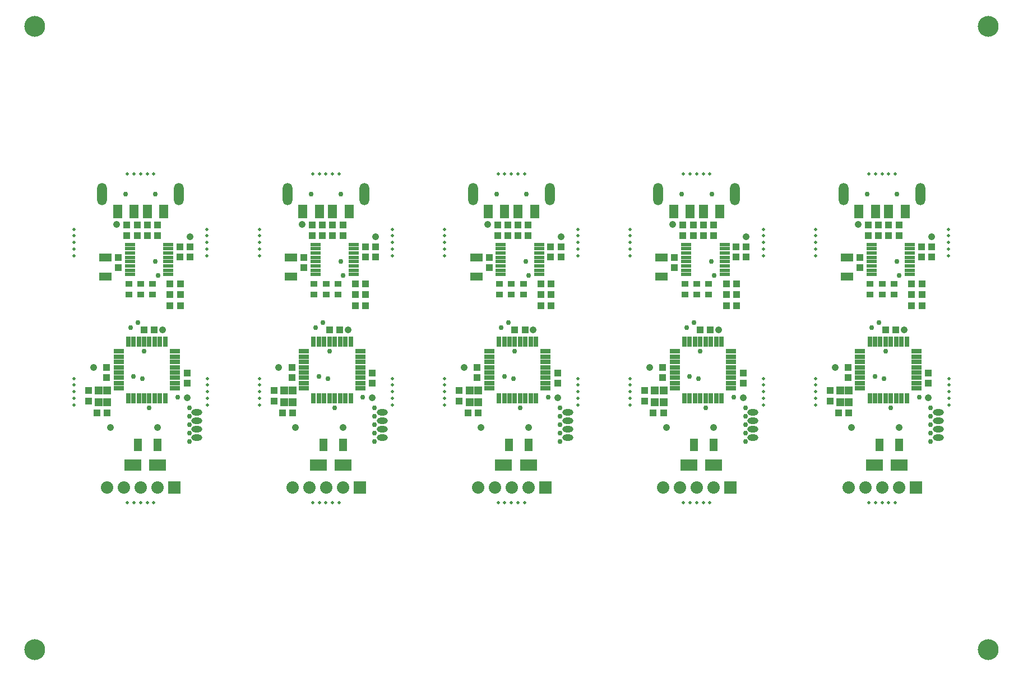
<source format=gts>
G04*
G04 #@! TF.GenerationSoftware,Altium Limited,Altium Designer,21.0.8 (223)*
G04*
G04 Layer_Color=8388736*
%FSLAX25Y25*%
%MOIN*%
G70*
G04*
G04 #@! TF.SameCoordinates,FF83F617-0E9F-4FC0-9F70-085B7F74A640*
G04*
G04*
G04 #@! TF.FilePolarity,Negative*
G04*
G01*
G75*
%ADD10C,0.11811*%
%ADD27C,0.01968*%
%ADD48C,0.12402*%
%ADD49R,0.06102X0.02362*%
%ADD50R,0.04331X0.03740*%
%ADD51R,0.05315X0.08465*%
G04:AMPARAMS|DCode=52|XSize=37.41mil|YSize=64.97mil|CornerRadius=18.7mil|HoleSize=0mil|Usage=FLASHONLY|Rotation=270.000|XOffset=0mil|YOffset=0mil|HoleType=Round|Shape=RoundedRectangle|*
%AMROUNDEDRECTD52*
21,1,0.03741,0.02756,0,0,270.0*
21,1,0.00000,0.06497,0,0,270.0*
1,1,0.03741,-0.01378,0.00000*
1,1,0.03741,-0.01378,0.00000*
1,1,0.03741,0.01378,0.00000*
1,1,0.03741,0.01378,0.00000*
%
%ADD52ROUNDEDRECTD52*%
%ADD53R,0.02953X0.06496*%
%ADD54R,0.06496X0.02953*%
%ADD55R,0.04134X0.04331*%
%ADD56R,0.10433X0.07087*%
%ADD57R,0.04528X0.05118*%
%ADD58R,0.04331X0.04134*%
%ADD59R,0.04921X0.07480*%
%ADD60R,0.07480X0.04921*%
%ADD61C,0.02953*%
%ADD62O,0.05709X0.13189*%
%ADD63R,0.07382X0.07382*%
%ADD64C,0.07382*%
%ADD65C,0.04134*%
D10*
X11811Y11811D02*
D03*
X578740D02*
D03*
Y381890D02*
D03*
X11811Y381890D02*
D03*
D27*
X507776Y294390D02*
D03*
X515650D02*
D03*
X523524D02*
D03*
X519587D02*
D03*
X511713D02*
D03*
X511713Y99016D02*
D03*
X519587D02*
D03*
X523524D02*
D03*
X515650D02*
D03*
X507776D02*
D03*
X476083Y249705D02*
D03*
Y257579D02*
D03*
Y261516D02*
D03*
Y253642D02*
D03*
Y245768D02*
D03*
X555217Y245768D02*
D03*
Y253642D02*
D03*
Y261516D02*
D03*
Y257579D02*
D03*
Y249705D02*
D03*
X476083Y157087D02*
D03*
Y164961D02*
D03*
Y172835D02*
D03*
Y168898D02*
D03*
Y161024D02*
D03*
X555315Y157087D02*
D03*
Y164961D02*
D03*
Y172835D02*
D03*
Y168898D02*
D03*
Y161024D02*
D03*
X397539Y294390D02*
D03*
X405413D02*
D03*
X413288D02*
D03*
X409351D02*
D03*
X401476D02*
D03*
X401476Y99016D02*
D03*
X409351D02*
D03*
X413288D02*
D03*
X405413D02*
D03*
X397539D02*
D03*
X365846Y249705D02*
D03*
Y257579D02*
D03*
Y261516D02*
D03*
Y253642D02*
D03*
Y245768D02*
D03*
X444980Y245768D02*
D03*
Y253642D02*
D03*
Y261516D02*
D03*
Y257579D02*
D03*
Y249705D02*
D03*
X365846Y157087D02*
D03*
Y164961D02*
D03*
Y172835D02*
D03*
Y168898D02*
D03*
Y161024D02*
D03*
X445079Y157087D02*
D03*
Y164961D02*
D03*
Y172835D02*
D03*
Y168898D02*
D03*
Y161024D02*
D03*
X287303Y294390D02*
D03*
X295177D02*
D03*
X303051D02*
D03*
X299114D02*
D03*
X291240D02*
D03*
X291240Y99016D02*
D03*
X299114D02*
D03*
X303051D02*
D03*
X295177D02*
D03*
X287303D02*
D03*
X255610Y249705D02*
D03*
Y257579D02*
D03*
Y261516D02*
D03*
Y253642D02*
D03*
Y245768D02*
D03*
X334744Y245768D02*
D03*
Y253642D02*
D03*
Y261516D02*
D03*
Y257579D02*
D03*
Y249705D02*
D03*
X255610Y157087D02*
D03*
Y164961D02*
D03*
Y172835D02*
D03*
Y168898D02*
D03*
Y161024D02*
D03*
X334842Y157087D02*
D03*
Y164961D02*
D03*
Y172835D02*
D03*
Y168898D02*
D03*
Y161024D02*
D03*
X177067Y294390D02*
D03*
X184941D02*
D03*
X192815D02*
D03*
X188878D02*
D03*
X181004D02*
D03*
X181004Y99016D02*
D03*
X188878D02*
D03*
X192815D02*
D03*
X184941D02*
D03*
X177067D02*
D03*
X145374Y249705D02*
D03*
Y257579D02*
D03*
Y261516D02*
D03*
Y253642D02*
D03*
Y245768D02*
D03*
X224508Y245768D02*
D03*
Y253642D02*
D03*
Y261516D02*
D03*
Y257579D02*
D03*
Y249705D02*
D03*
X145374Y157087D02*
D03*
Y164961D02*
D03*
Y172835D02*
D03*
Y168898D02*
D03*
Y161024D02*
D03*
X224606Y157087D02*
D03*
Y164961D02*
D03*
Y172835D02*
D03*
Y168898D02*
D03*
Y161024D02*
D03*
X66831Y294390D02*
D03*
X74705D02*
D03*
X82579D02*
D03*
X78642D02*
D03*
X70768D02*
D03*
X70768Y99016D02*
D03*
X78642D02*
D03*
X82579D02*
D03*
X74705D02*
D03*
X66831D02*
D03*
X35138Y249705D02*
D03*
Y257579D02*
D03*
Y261516D02*
D03*
Y253642D02*
D03*
Y245768D02*
D03*
X114272Y245768D02*
D03*
Y253642D02*
D03*
Y261516D02*
D03*
Y257579D02*
D03*
Y249705D02*
D03*
X35138Y157087D02*
D03*
Y164961D02*
D03*
Y172835D02*
D03*
Y168898D02*
D03*
Y161024D02*
D03*
X114370Y157087D02*
D03*
Y164961D02*
D03*
Y172835D02*
D03*
Y168898D02*
D03*
Y161024D02*
D03*
D48*
X11811Y11811D02*
D03*
X578740Y11811D02*
D03*
Y381890D02*
D03*
X11811Y381890D02*
D03*
D49*
X91276Y234597D02*
D03*
Y237156D02*
D03*
Y239715D02*
D03*
Y242274D02*
D03*
Y244833D02*
D03*
Y247392D02*
D03*
Y249951D02*
D03*
Y252510D02*
D03*
X68441Y234597D02*
D03*
Y237156D02*
D03*
Y239715D02*
D03*
Y242274D02*
D03*
Y244833D02*
D03*
Y247392D02*
D03*
Y249951D02*
D03*
Y252510D02*
D03*
X201512Y234597D02*
D03*
Y237156D02*
D03*
Y239715D02*
D03*
Y242274D02*
D03*
Y244833D02*
D03*
Y247392D02*
D03*
Y249951D02*
D03*
Y252510D02*
D03*
X178677Y234597D02*
D03*
Y237156D02*
D03*
Y239715D02*
D03*
Y242274D02*
D03*
Y244833D02*
D03*
Y247392D02*
D03*
Y249951D02*
D03*
Y252510D02*
D03*
X311748Y234597D02*
D03*
Y237156D02*
D03*
Y239715D02*
D03*
Y242274D02*
D03*
Y244833D02*
D03*
Y247392D02*
D03*
Y249951D02*
D03*
Y252510D02*
D03*
X288913Y234597D02*
D03*
Y237156D02*
D03*
Y239715D02*
D03*
Y242274D02*
D03*
Y244833D02*
D03*
Y247392D02*
D03*
Y249951D02*
D03*
Y252510D02*
D03*
X421984Y234597D02*
D03*
Y237156D02*
D03*
Y239715D02*
D03*
Y242274D02*
D03*
Y244833D02*
D03*
Y247392D02*
D03*
Y249951D02*
D03*
Y252510D02*
D03*
X399150Y234597D02*
D03*
Y237156D02*
D03*
Y239715D02*
D03*
Y242274D02*
D03*
Y244833D02*
D03*
Y247392D02*
D03*
Y249951D02*
D03*
Y252510D02*
D03*
X532221Y234597D02*
D03*
Y237156D02*
D03*
Y239715D02*
D03*
Y242274D02*
D03*
Y244833D02*
D03*
Y247392D02*
D03*
Y249951D02*
D03*
Y252510D02*
D03*
X509386Y234597D02*
D03*
Y237156D02*
D03*
Y239715D02*
D03*
Y242274D02*
D03*
Y244833D02*
D03*
Y247392D02*
D03*
Y249951D02*
D03*
Y252510D02*
D03*
D50*
X81827Y229085D02*
D03*
Y222786D02*
D03*
X74740Y229085D02*
D03*
Y222786D02*
D03*
X67654Y229085D02*
D03*
Y222786D02*
D03*
X192063Y229085D02*
D03*
Y222786D02*
D03*
X184976Y229085D02*
D03*
Y222786D02*
D03*
X177890Y229085D02*
D03*
Y222786D02*
D03*
X302299Y229085D02*
D03*
Y222786D02*
D03*
X295213Y229085D02*
D03*
Y222786D02*
D03*
X288126Y229085D02*
D03*
Y222786D02*
D03*
X412535Y229085D02*
D03*
Y222786D02*
D03*
X405449Y229085D02*
D03*
Y222786D02*
D03*
X398362Y229085D02*
D03*
Y222786D02*
D03*
X522772Y229085D02*
D03*
Y222786D02*
D03*
X515685Y229085D02*
D03*
Y222786D02*
D03*
X508598Y229085D02*
D03*
Y222786D02*
D03*
D51*
X88520Y272097D02*
D03*
X78677D02*
D03*
X70803D02*
D03*
X60961D02*
D03*
X198756D02*
D03*
X188913D02*
D03*
X181039D02*
D03*
X171197D02*
D03*
X308992D02*
D03*
X299150D02*
D03*
X291276D02*
D03*
X281433D02*
D03*
X419228D02*
D03*
X409386D02*
D03*
X401512D02*
D03*
X391669D02*
D03*
X529464D02*
D03*
X519622D02*
D03*
X511748D02*
D03*
X501905D02*
D03*
D52*
X108204Y137727D02*
D03*
Y142727D02*
D03*
Y147727D02*
D03*
Y152727D02*
D03*
X218441Y137727D02*
D03*
Y142727D02*
D03*
Y147727D02*
D03*
Y152727D02*
D03*
X328677Y137727D02*
D03*
Y142727D02*
D03*
Y147727D02*
D03*
Y152727D02*
D03*
X438913Y137727D02*
D03*
Y142727D02*
D03*
Y147727D02*
D03*
Y152727D02*
D03*
X549149Y137727D02*
D03*
Y142727D02*
D03*
Y147727D02*
D03*
Y152727D02*
D03*
D53*
X86256Y161211D02*
D03*
X83106D02*
D03*
X89406D02*
D03*
X76807D02*
D03*
X73657D02*
D03*
X79957D02*
D03*
X70508D02*
D03*
X67358D02*
D03*
X89406Y194676D02*
D03*
X83106D02*
D03*
X79957D02*
D03*
X86256D02*
D03*
X73657D02*
D03*
X70508D02*
D03*
X76807D02*
D03*
X67358D02*
D03*
X196492Y161211D02*
D03*
X193342D02*
D03*
X199642D02*
D03*
X187043D02*
D03*
X183894D02*
D03*
X190193D02*
D03*
X180744D02*
D03*
X177594D02*
D03*
X199642Y194676D02*
D03*
X193342D02*
D03*
X190193D02*
D03*
X196492D02*
D03*
X183894D02*
D03*
X180744D02*
D03*
X187043D02*
D03*
X177594D02*
D03*
X306728Y161211D02*
D03*
X303579D02*
D03*
X309878D02*
D03*
X297280D02*
D03*
X294130D02*
D03*
X300429D02*
D03*
X290980D02*
D03*
X287831D02*
D03*
X309878Y194676D02*
D03*
X303579D02*
D03*
X300429D02*
D03*
X306728D02*
D03*
X294130D02*
D03*
X290980D02*
D03*
X297280D02*
D03*
X287831D02*
D03*
X416964Y161211D02*
D03*
X413815D02*
D03*
X420114D02*
D03*
X407516D02*
D03*
X404366D02*
D03*
X410665D02*
D03*
X401217D02*
D03*
X398067D02*
D03*
X420114Y194676D02*
D03*
X413815D02*
D03*
X410665D02*
D03*
X416964D02*
D03*
X404366D02*
D03*
X401217D02*
D03*
X407516D02*
D03*
X398067D02*
D03*
X527201Y161211D02*
D03*
X524051D02*
D03*
X530350D02*
D03*
X517752D02*
D03*
X514602D02*
D03*
X520901D02*
D03*
X511453D02*
D03*
X508303D02*
D03*
X530350Y194676D02*
D03*
X524051D02*
D03*
X520901D02*
D03*
X527201D02*
D03*
X514602D02*
D03*
X511453D02*
D03*
X517752D02*
D03*
X508303D02*
D03*
D54*
X95114Y179518D02*
D03*
Y176368D02*
D03*
Y182668D02*
D03*
Y170069D02*
D03*
Y166920D02*
D03*
Y173219D02*
D03*
X61650Y166920D02*
D03*
Y179518D02*
D03*
Y176368D02*
D03*
Y182668D02*
D03*
Y170069D02*
D03*
Y173219D02*
D03*
X95114Y188967D02*
D03*
Y185817D02*
D03*
X61650D02*
D03*
Y188967D02*
D03*
X205350Y179518D02*
D03*
Y176368D02*
D03*
Y182668D02*
D03*
Y170069D02*
D03*
Y166920D02*
D03*
Y173219D02*
D03*
X171886Y166920D02*
D03*
Y179518D02*
D03*
Y176368D02*
D03*
Y182668D02*
D03*
Y170069D02*
D03*
Y173219D02*
D03*
X205350Y188967D02*
D03*
Y185817D02*
D03*
X171886D02*
D03*
Y188967D02*
D03*
X315587Y179518D02*
D03*
Y176368D02*
D03*
Y182668D02*
D03*
Y170069D02*
D03*
Y166920D02*
D03*
Y173219D02*
D03*
X282122Y166920D02*
D03*
Y179518D02*
D03*
Y176368D02*
D03*
Y182668D02*
D03*
Y170069D02*
D03*
Y173219D02*
D03*
X315587Y188967D02*
D03*
Y185817D02*
D03*
X282122D02*
D03*
Y188967D02*
D03*
X425823Y179518D02*
D03*
Y176368D02*
D03*
Y182668D02*
D03*
Y170069D02*
D03*
Y166920D02*
D03*
Y173219D02*
D03*
X392358Y166920D02*
D03*
Y179518D02*
D03*
Y176368D02*
D03*
Y182668D02*
D03*
Y170069D02*
D03*
Y173219D02*
D03*
X425823Y188967D02*
D03*
Y185817D02*
D03*
X392358D02*
D03*
Y188967D02*
D03*
X536059Y179518D02*
D03*
Y176368D02*
D03*
Y182668D02*
D03*
Y170069D02*
D03*
Y166920D02*
D03*
Y173219D02*
D03*
X502595Y166920D02*
D03*
Y179518D02*
D03*
Y176368D02*
D03*
Y182668D02*
D03*
Y170069D02*
D03*
Y173219D02*
D03*
X536059Y188967D02*
D03*
Y185817D02*
D03*
X502595D02*
D03*
Y188967D02*
D03*
D55*
X82909Y201821D02*
D03*
X76807D02*
D03*
X54957Y152353D02*
D03*
X48854D02*
D03*
X104169Y244932D02*
D03*
X98067D02*
D03*
Y251132D02*
D03*
X104169D02*
D03*
X98362Y229085D02*
D03*
X92260D02*
D03*
X98362Y222589D02*
D03*
X92260D02*
D03*
X84780Y257825D02*
D03*
X78677D02*
D03*
Y263928D02*
D03*
X84780D02*
D03*
X98362Y216093D02*
D03*
X92260D02*
D03*
X193146Y201821D02*
D03*
X187043D02*
D03*
X165193Y152353D02*
D03*
X159090D02*
D03*
X214405Y244932D02*
D03*
X208303D02*
D03*
Y251132D02*
D03*
X214405D02*
D03*
X208598Y229085D02*
D03*
X202496D02*
D03*
X208598Y222589D02*
D03*
X202496D02*
D03*
X195016Y257825D02*
D03*
X188913D02*
D03*
Y263928D02*
D03*
X195016D02*
D03*
X208598Y216093D02*
D03*
X202496D02*
D03*
X303382Y201821D02*
D03*
X297280D02*
D03*
X275429Y152353D02*
D03*
X269327D02*
D03*
X324642Y244932D02*
D03*
X318539D02*
D03*
Y251132D02*
D03*
X324642D02*
D03*
X318835Y229085D02*
D03*
X312732D02*
D03*
X318835Y222589D02*
D03*
X312732D02*
D03*
X305252Y257825D02*
D03*
X299150D02*
D03*
Y263928D02*
D03*
X305252D02*
D03*
X318835Y216093D02*
D03*
X312732D02*
D03*
X413618Y201821D02*
D03*
X407516D02*
D03*
X385665Y152353D02*
D03*
X379563D02*
D03*
X434878Y244932D02*
D03*
X428776D02*
D03*
Y251132D02*
D03*
X434878D02*
D03*
X429071Y229085D02*
D03*
X422968D02*
D03*
X429071Y222589D02*
D03*
X422968D02*
D03*
X415488Y257825D02*
D03*
X409386D02*
D03*
Y263928D02*
D03*
X415488D02*
D03*
X429071Y216093D02*
D03*
X422968D02*
D03*
X523854Y201821D02*
D03*
X517752D02*
D03*
X495902Y152353D02*
D03*
X489799D02*
D03*
X545114Y244932D02*
D03*
X539012D02*
D03*
Y251132D02*
D03*
X545114D02*
D03*
X539307Y229085D02*
D03*
X533205D02*
D03*
X539307Y222589D02*
D03*
X533205D02*
D03*
X525724Y257825D02*
D03*
X519622D02*
D03*
Y263928D02*
D03*
X525724D02*
D03*
X539307Y216093D02*
D03*
X533205D02*
D03*
D56*
X84819Y121506D02*
D03*
X70055D02*
D03*
X195055D02*
D03*
X180291D02*
D03*
X305291D02*
D03*
X290528D02*
D03*
X415527D02*
D03*
X400764D02*
D03*
X525764D02*
D03*
X511000D02*
D03*
D57*
X54957Y158750D02*
D03*
X49839D02*
D03*
X54957Y165640D02*
D03*
X49839D02*
D03*
X165193Y158750D02*
D03*
X160075D02*
D03*
X165193Y165640D02*
D03*
X160075D02*
D03*
X275429Y158750D02*
D03*
X270311D02*
D03*
X275429Y165640D02*
D03*
X270311D02*
D03*
X385665Y158750D02*
D03*
X380547D02*
D03*
X385665Y165640D02*
D03*
X380547D02*
D03*
X495902Y158750D02*
D03*
X490783D02*
D03*
X495902Y165640D02*
D03*
X490783D02*
D03*
D58*
X54465Y173416D02*
D03*
Y179518D02*
D03*
X43736Y159538D02*
D03*
Y165640D02*
D03*
X102299Y170069D02*
D03*
Y176172D02*
D03*
X66571Y257825D02*
D03*
Y263928D02*
D03*
X72673Y257825D02*
D03*
Y263928D02*
D03*
X61551Y244833D02*
D03*
Y238731D02*
D03*
X164701Y173416D02*
D03*
Y179518D02*
D03*
X153972Y159538D02*
D03*
Y165640D02*
D03*
X212535Y170069D02*
D03*
Y176172D02*
D03*
X176807Y257825D02*
D03*
Y263928D02*
D03*
X182909Y257825D02*
D03*
Y263928D02*
D03*
X171787Y244833D02*
D03*
Y238731D02*
D03*
X274937Y173416D02*
D03*
Y179518D02*
D03*
X264209Y159538D02*
D03*
Y165640D02*
D03*
X322772Y170069D02*
D03*
Y176172D02*
D03*
X287043Y257825D02*
D03*
Y263928D02*
D03*
X293146Y257825D02*
D03*
Y263928D02*
D03*
X282024Y244833D02*
D03*
Y238731D02*
D03*
X385173Y173416D02*
D03*
Y179518D02*
D03*
X374445Y159538D02*
D03*
Y165640D02*
D03*
X433008Y170069D02*
D03*
Y176172D02*
D03*
X397280Y257825D02*
D03*
Y263928D02*
D03*
X403382Y257825D02*
D03*
Y263928D02*
D03*
X392260Y244833D02*
D03*
Y238731D02*
D03*
X495409Y173416D02*
D03*
Y179518D02*
D03*
X484681Y159538D02*
D03*
Y165640D02*
D03*
X543244Y170069D02*
D03*
Y176172D02*
D03*
X507516Y257825D02*
D03*
Y263928D02*
D03*
X513618Y257825D02*
D03*
Y263928D02*
D03*
X502496Y244833D02*
D03*
Y238731D02*
D03*
D59*
X73205Y133317D02*
D03*
X84819D02*
D03*
X183441D02*
D03*
X195055D02*
D03*
X293677D02*
D03*
X305291D02*
D03*
X403913D02*
D03*
X415527D02*
D03*
X514150D02*
D03*
X525764D02*
D03*
D60*
X53874Y244833D02*
D03*
Y233219D02*
D03*
X164110Y244833D02*
D03*
Y233219D02*
D03*
X274346Y244833D02*
D03*
Y233219D02*
D03*
X384583Y244833D02*
D03*
Y233219D02*
D03*
X494819Y244833D02*
D03*
Y233219D02*
D03*
D61*
X65882Y282333D02*
D03*
X83598D02*
D03*
X103657Y155227D02*
D03*
Y150227D02*
D03*
Y145227D02*
D03*
Y140227D02*
D03*
Y135227D02*
D03*
X68638Y202915D02*
D03*
X79957Y155463D02*
D03*
X76807Y188967D02*
D03*
X75834Y172738D02*
D03*
X72969Y206163D02*
D03*
X70527Y174203D02*
D03*
X96696Y161861D02*
D03*
X84976Y234203D02*
D03*
X83402Y242274D02*
D03*
X176118Y282333D02*
D03*
X193835D02*
D03*
X213894Y155227D02*
D03*
Y150227D02*
D03*
Y145227D02*
D03*
Y140227D02*
D03*
Y135227D02*
D03*
X178874Y202915D02*
D03*
X190193Y155463D02*
D03*
X187043Y188967D02*
D03*
X186071Y172738D02*
D03*
X183205Y206163D02*
D03*
X180764Y174203D02*
D03*
X206932Y161861D02*
D03*
X195213Y234203D02*
D03*
X193638Y242274D02*
D03*
X286354Y282333D02*
D03*
X304071D02*
D03*
X324130Y155227D02*
D03*
Y150227D02*
D03*
Y145227D02*
D03*
Y140227D02*
D03*
Y135227D02*
D03*
X289110Y202915D02*
D03*
X300429Y155463D02*
D03*
X297280Y188967D02*
D03*
X296307Y172738D02*
D03*
X293441Y206163D02*
D03*
X291000Y174203D02*
D03*
X317168Y161861D02*
D03*
X305449Y234203D02*
D03*
X303874Y242274D02*
D03*
X396590Y282333D02*
D03*
X414307D02*
D03*
X434366Y155227D02*
D03*
Y150227D02*
D03*
Y145227D02*
D03*
Y140227D02*
D03*
Y135227D02*
D03*
X399346Y202915D02*
D03*
X410665Y155463D02*
D03*
X407516Y188967D02*
D03*
X406543Y172738D02*
D03*
X403677Y206163D02*
D03*
X401236Y174203D02*
D03*
X427404Y161861D02*
D03*
X415685Y234203D02*
D03*
X414110Y242274D02*
D03*
X506827Y282333D02*
D03*
X524543D02*
D03*
X544602Y155227D02*
D03*
Y150227D02*
D03*
Y145227D02*
D03*
Y140227D02*
D03*
Y135227D02*
D03*
X509583Y202915D02*
D03*
X520901Y155463D02*
D03*
X517752Y188967D02*
D03*
X516779Y172738D02*
D03*
X513913Y206163D02*
D03*
X511472Y174203D02*
D03*
X537641Y161861D02*
D03*
X525921Y234203D02*
D03*
X524346Y242274D02*
D03*
D62*
X51906Y282333D02*
D03*
X97575D02*
D03*
X162142D02*
D03*
X207811D02*
D03*
X272378D02*
D03*
X318047D02*
D03*
X382614D02*
D03*
X428283D02*
D03*
X492850D02*
D03*
X538520D02*
D03*
D63*
X94819Y108022D02*
D03*
X205055D02*
D03*
X315291D02*
D03*
X425527D02*
D03*
X535764D02*
D03*
D64*
X84819D02*
D03*
X74819D02*
D03*
X64819D02*
D03*
X54819D02*
D03*
X195055D02*
D03*
X185055D02*
D03*
X175055D02*
D03*
X165055D02*
D03*
X305291D02*
D03*
X295291D02*
D03*
X285291D02*
D03*
X275291D02*
D03*
X415527D02*
D03*
X405527D02*
D03*
X395528D02*
D03*
X385527D02*
D03*
X525764D02*
D03*
X515764D02*
D03*
X505764D02*
D03*
X495764D02*
D03*
D65*
X56660Y143790D02*
D03*
X46689Y179518D02*
D03*
X84819Y143790D02*
D03*
X102299Y161270D02*
D03*
X87732Y201821D02*
D03*
X104169Y256939D02*
D03*
X60567Y264223D02*
D03*
X166896Y143790D02*
D03*
X156925Y179518D02*
D03*
X195055Y143790D02*
D03*
X212535Y161270D02*
D03*
X197968Y201821D02*
D03*
X214405Y256939D02*
D03*
X170803Y264223D02*
D03*
X277132Y143790D02*
D03*
X267161Y179518D02*
D03*
X305291Y143790D02*
D03*
X322772Y161270D02*
D03*
X308205Y201821D02*
D03*
X324642Y256939D02*
D03*
X281039Y264223D02*
D03*
X387368Y143790D02*
D03*
X377398Y179518D02*
D03*
X415527Y143790D02*
D03*
X433008Y161270D02*
D03*
X418441Y201821D02*
D03*
X434878Y256939D02*
D03*
X391276Y264223D02*
D03*
X497605Y143790D02*
D03*
X487634Y179518D02*
D03*
X525764Y143790D02*
D03*
X543244Y161270D02*
D03*
X528677Y201821D02*
D03*
X545114Y256939D02*
D03*
X501512Y264223D02*
D03*
M02*

</source>
